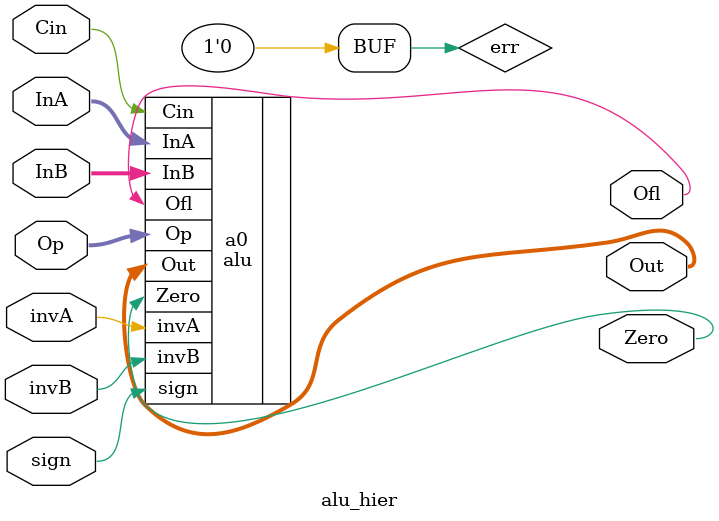
<source format=v>
/*
    CS/ECE 552 Spring '20
    Homework #2, Problem 2

    A 16-bit ALU module combined with clkrst.
*/
module alu_hier(InA, InB, Cin, Op, invA, invB, sign, Out, Ofl, Zero);

   // declare constant for size of inputs, outputs (N),
   // and operations (O)
   parameter    N = 16;
   parameter    O = 3;

   input [N-1:0] InA;
   input [N-1:0] InB;
   input Cin;
   input [O-1:0] Op;
   input invA;
   input invB;
   input sign;
   output [N-1:0] Out;
   output Ofl;
   output Zero;

   wire clk;
   wire rst;
   wire err;

   assign err = 1'b0;
 
   clkrst c0(
             // Outputs
             .clk                       (clk),
             .rst                       (rst),
             // Inputs
             .err                       (err)
            );

    alu a0(
          // Outputs
          .Out                          (Out[15:0]),
          .Ofl                          (Ofl),
          .Zero                         (Zero),
          // Inputs
          .InA                          (InA[15:0]),
          .InB                          (InB[15:0]),
          .Cin                          (Cin),
          .Op                           (Op[2:0]),
          .invA                         (invA),
          .invB                         (invB),
          .sign                         (sign)
         ); 
endmodule // alu_hier

</source>
